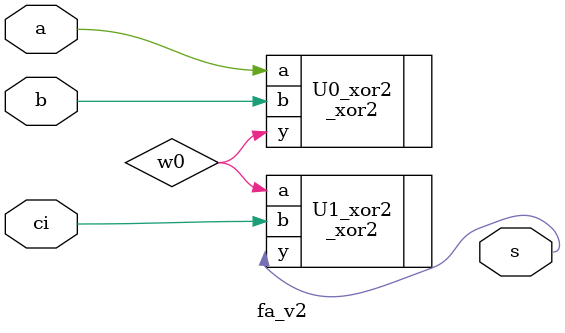
<source format=v>
module fa_v2(a,b,ci,s); // 입력값의 합을 출력하는 모듈 
input a,b,ci;
output s;
wire w0;

_xor2 U0_xor2(.a(a), .b(b), .y(w0));
_xor2 U1_xor2(.a(w0), .b(ci), .y(s));

endmodule

</source>
